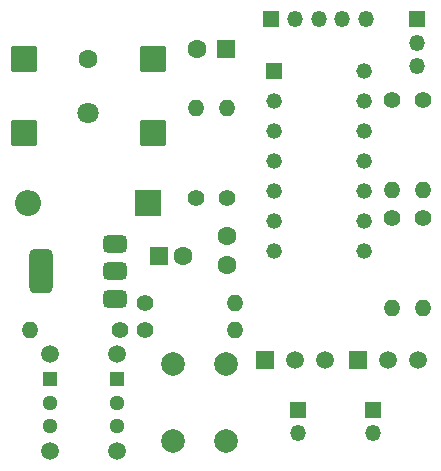
<source format=gbr>
%TF.GenerationSoftware,KiCad,Pcbnew,9.0.0*%
%TF.CreationDate,2025-04-02T21:34:46+01:00*%
%TF.ProjectId,gloves dryer,676c6f76-6573-4206-9472-7965722e6b69,rev?*%
%TF.SameCoordinates,Original*%
%TF.FileFunction,Soldermask,Top*%
%TF.FilePolarity,Negative*%
%FSLAX46Y46*%
G04 Gerber Fmt 4.6, Leading zero omitted, Abs format (unit mm)*
G04 Created by KiCad (PCBNEW 9.0.0) date 2025-04-02 21:34:46*
%MOMM*%
%LPD*%
G01*
G04 APERTURE LIST*
G04 Aperture macros list*
%AMRoundRect*
0 Rectangle with rounded corners*
0 $1 Rounding radius*
0 $2 $3 $4 $5 $6 $7 $8 $9 X,Y pos of 4 corners*
0 Add a 4 corners polygon primitive as box body*
4,1,4,$2,$3,$4,$5,$6,$7,$8,$9,$2,$3,0*
0 Add four circle primitives for the rounded corners*
1,1,$1+$1,$2,$3*
1,1,$1+$1,$4,$5*
1,1,$1+$1,$6,$7*
1,1,$1+$1,$8,$9*
0 Add four rect primitives between the rounded corners*
20,1,$1+$1,$2,$3,$4,$5,0*
20,1,$1+$1,$4,$5,$6,$7,0*
20,1,$1+$1,$6,$7,$8,$9,0*
20,1,$1+$1,$8,$9,$2,$3,0*%
G04 Aperture macros list end*
%ADD10R,1.600000X1.600000*%
%ADD11C,1.600000*%
%ADD12C,1.400000*%
%ADD13O,1.400000X1.400000*%
%ADD14R,1.350000X1.350000*%
%ADD15O,1.350000X1.350000*%
%ADD16R,1.500000X1.500000*%
%ADD17C,1.500000*%
%ADD18R,1.320800X1.320800*%
%ADD19C,1.320800*%
%ADD20C,1.800000*%
%ADD21RoundRect,0.102000X1.000000X1.000000X-1.000000X1.000000X-1.000000X-1.000000X1.000000X-1.000000X0*%
%ADD22R,2.200000X2.200000*%
%ADD23O,2.200000X2.200000*%
%ADD24R,1.295400X1.295400*%
%ADD25C,1.295400*%
%ADD26C,1.498600*%
%ADD27C,2.000000*%
%ADD28RoundRect,0.375000X0.625000X0.375000X-0.625000X0.375000X-0.625000X-0.375000X0.625000X-0.375000X0*%
%ADD29RoundRect,0.500000X0.500000X1.400000X-0.500000X1.400000X-0.500000X-1.400000X0.500000X-1.400000X0*%
G04 APERTURE END LIST*
D10*
%TO.C,C1*%
X175000000Y-72800000D03*
D11*
X177000000Y-72800000D03*
%TD*%
D12*
%TO.C,R8*%
X171700000Y-79100000D03*
D13*
X164080000Y-79100000D03*
%TD*%
D10*
%TO.C,C2*%
X180650000Y-55300000D03*
D11*
X178150000Y-55300000D03*
%TD*%
D14*
%TO.C,J1*%
X196850000Y-52750000D03*
D15*
X196850000Y-54750000D03*
X196850000Y-56750000D03*
%TD*%
D12*
%TO.C,R2*%
X197300000Y-59590000D03*
D13*
X197300000Y-67210000D03*
%TD*%
D12*
%TO.C,R5*%
X180700000Y-67920000D03*
D13*
X180700000Y-60300000D03*
%TD*%
D12*
%TO.C,R3*%
X194700000Y-69590000D03*
D13*
X194700000Y-77210000D03*
%TD*%
D14*
%TO.C,J7*%
X193100000Y-85800000D03*
D15*
X193100000Y-87800000D03*
%TD*%
D14*
%TO.C,J5*%
X186700000Y-85800000D03*
D15*
X186700000Y-87800000D03*
%TD*%
D16*
%TO.C,Q1*%
X191830000Y-81560000D03*
D17*
X194370000Y-81560000D03*
X196910000Y-81560000D03*
%TD*%
D18*
%TO.C,U1*%
X184680000Y-57100000D03*
D19*
X184680000Y-59640000D03*
X184680000Y-62180000D03*
X184680000Y-64720000D03*
X184680000Y-67260000D03*
X184680000Y-69800000D03*
X184680000Y-72340000D03*
X192300000Y-72340000D03*
X192300000Y-69800000D03*
X192300000Y-67260000D03*
X192300000Y-64720000D03*
X192300000Y-62180000D03*
X192300000Y-59640000D03*
X192300000Y-57100000D03*
%TD*%
D14*
%TO.C,J6*%
X184490000Y-52750000D03*
D15*
X186490000Y-52750000D03*
X188490000Y-52750000D03*
X190490000Y-52750000D03*
X192490000Y-52750000D03*
%TD*%
D12*
%TO.C,R7*%
X173790000Y-79100000D03*
D13*
X181410000Y-79100000D03*
%TD*%
D12*
%TO.C,R6*%
X178100000Y-67920000D03*
D13*
X178100000Y-60300000D03*
%TD*%
D12*
%TO.C,R4*%
X197300000Y-69590000D03*
D13*
X197300000Y-77210000D03*
%TD*%
D20*
%TO.C,J4*%
X169000000Y-60650000D03*
D11*
X169000000Y-56150000D03*
D21*
X174500000Y-56150000D03*
X174500000Y-62350000D03*
X163500000Y-56150000D03*
X163500000Y-62350000D03*
%TD*%
D11*
%TO.C,C3*%
X180700000Y-71100000D03*
X180700000Y-73600000D03*
%TD*%
D22*
%TO.C,D1*%
X174080000Y-68300000D03*
D23*
X163920000Y-68300000D03*
%TD*%
D24*
%TO.C,SW3*%
X165699200Y-83200000D03*
D25*
X165699200Y-85200000D03*
X165699200Y-87200001D03*
D26*
X165699200Y-81099999D03*
X165699200Y-89300000D03*
%TD*%
D27*
%TO.C,SW1*%
X180649200Y-81950000D03*
X180649200Y-88450000D03*
X176149200Y-81950000D03*
X176149200Y-88450000D03*
%TD*%
D12*
%TO.C,R1*%
X194700000Y-59590000D03*
D13*
X194700000Y-67210000D03*
%TD*%
D16*
%TO.C,Q2*%
X183920000Y-81560000D03*
D17*
X186460000Y-81560000D03*
X189000000Y-81560000D03*
%TD*%
D24*
%TO.C,SW2*%
X171400000Y-83200000D03*
D25*
X171400000Y-85200000D03*
X171400000Y-87200001D03*
D26*
X171400000Y-81099999D03*
X171400000Y-89300000D03*
%TD*%
D28*
%TO.C,U2*%
X171250000Y-76400000D03*
X171250000Y-74100000D03*
D29*
X164950000Y-74100000D03*
D28*
X171250000Y-71800000D03*
%TD*%
D12*
%TO.C,R10*%
X173790000Y-76800000D03*
D13*
X181410000Y-76800000D03*
%TD*%
M02*

</source>
